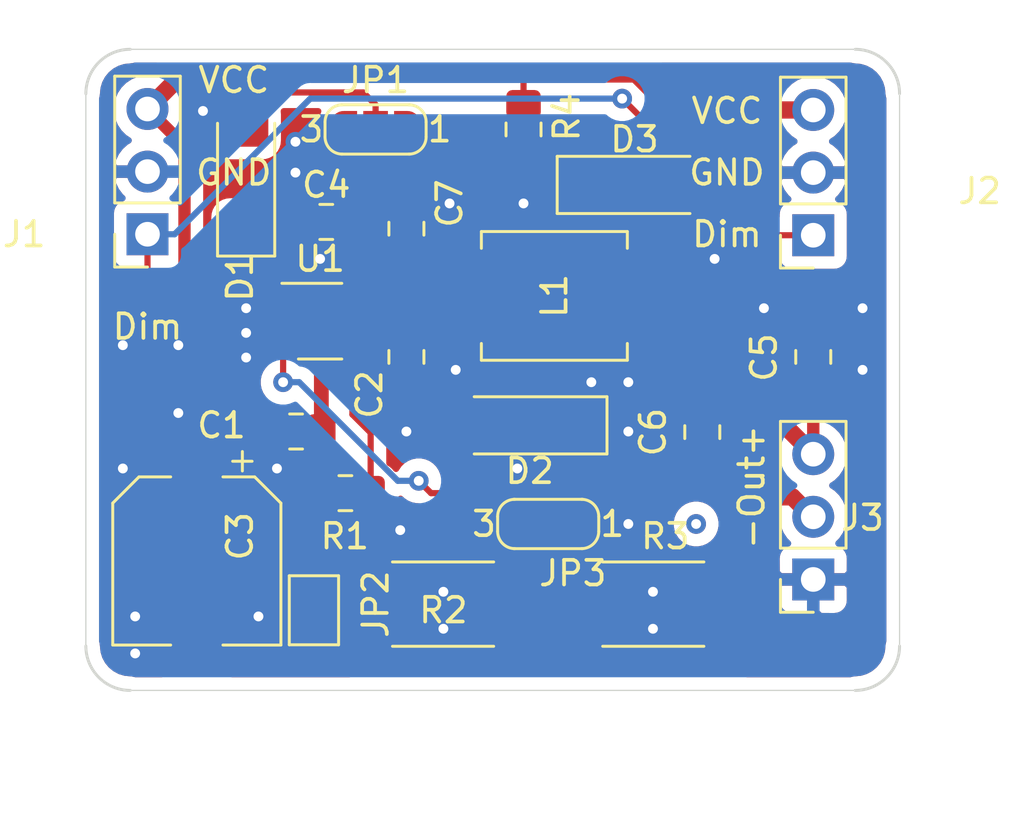
<source format=kicad_pcb>
(kicad_pcb (version 20240108) (generator "pcbnew") (generator_version "8.0")
  (title_block (date "2020-06-12") (rev "Version2"))
  (layers (0 "F.Cu" signal) (31 "B.Cu" signal) (34 "B.Paste" user) (35 "F.Paste" user) (36 "B.SilkS" user "B.Silkscreen") (37 "F.SilkS" user "F.Silkscreen") (38 "B.Mask" user) (39 "F.Mask" user) (44 "Edge.Cuts" user))
  (net 0 "")
  (net 1 "GND")
  (net 2 "Net-(C4-Pad2)")
  (net 3 "Net-(C4-Pad1)")
  (net 4 "Net-(C5-Pad1)")
  (net 5 "Net-(C6-Pad2)")
  (net 6 "Dim")
  (net 7 "+15V")
  (net 8 "Net-(D1-Pad2)")
  (net 9 "Net-(C7-Pad1)")
  (net 10 "Net-(JP2-Pad1)")
  (net 11 "Net-(JP3-Pad2)")
  (footprint "Capacitor_SMD:C_0805_2012Metric_Pad1.15x1.40mm_HandSolder" (layer "F.Cu") (at 133.525 78.5 180)
    (property "Reference" "C1" (at 3.025 0.25 0) (layer "F.SilkS"))
    (property "Value" "10uF")
    (fp_line (start -0.261252 0.71) (end 0.261252 0.71) (stroke (width 0.12)) (layer "F.SilkS"))
    (fp_line (start -0.261252 -0.71) (end 0.261252 -0.71) (stroke (width 0.12)) (layer "F.SilkS"))
    (pad "1" smd roundrect (at -1.025 0 180) (size 1.15 1.4) (layers "F.Cu" "F.Paste" "F.Mask") (roundrect_rratio 0.217391) (net 7 "+15V"))
    (pad "2" smd roundrect (at 1.025 0 180) (size 1.15 1.4) (layers "F.Cu" "F.Paste" "F.Mask") (roundrect_rratio 0.217391) (net 1 "GND"))
  )
  (footprint "Capacitor_SMD:C_0805_2012Metric_Pad1.15x1.40mm_HandSolder" (layer "F.Cu") (at 138 75.475 -90)
    (property "Reference" "C2" (at 1.525 1.5 90) (layer "F.SilkS"))
    (property "Value" "100n")
    (fp_line (start -0.261252 0.71) (end 0.261252 0.71) (stroke (width 0.12)) (layer "F.SilkS"))
    (fp_line (start -0.261252 -0.71) (end 0.261252 -0.71) (stroke (width 0.12)) (layer "F.SilkS"))
    (pad "1" smd roundrect (at -1.025 0 270) (size 1.15 1.4) (layers "F.Cu" "F.Paste" "F.Mask") (roundrect_rratio 0.217391) (net 7 "+15V"))
    (pad "2" smd roundrect (at 1.025 0 270) (size 1.15 1.4) (layers "F.Cu" "F.Paste" "F.Mask") (roundrect_rratio 0.217391) (net 1 "GND"))
  )
  (footprint "Capacitor_SMD:CP_Elec_6.3x5.9" (layer "F.Cu") (at 129.5 83.75 -90)
    (property "Reference" "C3" (at -1 -1.75 90) (layer "F.SilkS"))
    (property "Value" "100uF")
    (fp_line (start -2.345563 3.41) (end 3.41 3.41) (stroke (width 0.12)) (layer "F.SilkS"))
    (fp_line (start 3.41 3.41) (end 3.41 1.06) (stroke (width 0.12)) (layer "F.SilkS"))
    (fp_line (start -3.41 2.345563) (end -2.345563 3.41) (stroke (width 0.12)) (layer "F.SilkS"))
    (fp_line (start -3.41 2.345563) (end -3.41 1.06) (stroke (width 0.12)) (layer "F.SilkS"))
    (fp_line (start -4.4375 -1.8475) (end -3.65 -1.8475) (stroke (width 0.12)) (layer "F.SilkS"))
    (fp_line (start -4.04375 -2.24125) (end -4.04375 -1.45375) (stroke (width 0.12)) (layer "F.SilkS"))
    (fp_line (start -3.41 -2.345563) (end -3.41 -1.06) (stroke (width 0.12)) (layer "F.SilkS"))
    (fp_line (start -3.41 -2.345563) (end -2.345563 -3.41) (stroke (width 0.12)) (layer "F.SilkS"))
    (fp_line (start -2.345563 -3.41) (end 3.41 -3.41) (stroke (width 0.12)) (layer "F.SilkS"))
    (fp_line (start 3.41 -3.41) (end 3.41 -1.06) (stroke (width 0.12)) (layer "F.SilkS"))
    (pad "1" smd roundrect (at -2.8 0 270) (size 3.5 1.6) (layers "F.Cu" "F.Paste" "F.Mask") (roundrect_rratio 0.15625) (net 7 "+15V"))
    (pad "2" smd roundrect (at 2.8 0 270) (size 3.5 1.6) (layers "F.Cu" "F.Paste" "F.Mask") (roundrect_rratio 0.15625) (net 1 "GND"))
  )
  (footprint "Capacitor_SMD:C_0805_2012Metric_Pad1.15x1.40mm_HandSolder" (layer "F.Cu") (at 134.75 70 180)
    (property "Reference" "C4" (at 0 1.5 0) (layer "F.SilkS"))
    (property "Value" "10nF")
    (fp_line (start -0.261252 0.71) (end 0.261252 0.71) (stroke (width 0.12)) (layer "F.SilkS"))
    (fp_line (start -0.261252 -0.71) (end 0.261252 -0.71) (stroke (width 0.12)) (layer "F.SilkS"))
    (pad "1" smd roundrect (at -1.025 0 180) (size 1.15 1.4) (layers "F.Cu" "F.Paste" "F.Mask") (roundrect_rratio 0.217391) (net 3 "Net-(C4-Pad1)"))
    (pad "2" smd roundrect (at 1.025 0 180) (size 1.15 1.4) (layers "F.Cu" "F.Paste" "F.Mask") (roundrect_rratio 0.217391) (net 2 "Net-(C4-Pad2)"))
  )
  (footprint "Capacitor_SMD:C_0805_2012Metric_Pad1.15x1.40mm_HandSolder" (layer "F.Cu") (at 154.5 75.475 90)
    (property "Reference" "C5" (at -0.025 -2 90) (layer "F.SilkS"))
    (property "Value" "1uF")
    (fp_line (start -0.261252 -0.71) (end 0.261252 -0.71) (stroke (width 0.12)) (layer "F.SilkS"))
    (fp_line (start -0.261252 0.71) (end 0.261252 0.71) (stroke (width 0.12)) (layer "F.SilkS"))
    (pad "1" smd roundrect (at -1.025 0 90) (size 1.15 1.4) (layers "F.Cu" "F.Paste" "F.Mask") (roundrect_rratio 0.217391) (net 4 "Net-(C5-Pad1)"))
    (pad "2" smd roundrect (at 1.025 0 90) (size 1.15 1.4) (layers "F.Cu" "F.Paste" "F.Mask") (roundrect_rratio 0.217391) (net 1 "GND"))
  )
  (footprint "Capacitor_SMD:C_0805_2012Metric_Pad1.15x1.40mm_HandSolder" (layer "F.Cu") (at 150 78.525 -90)
    (property "Reference" "C6" (at 0 2 90) (layer "F.SilkS"))
    (property "Value" "1uF")
    (fp_line (start -0.261252 0.71) (end 0.261252 0.71) (stroke (width 0.12)) (layer "F.SilkS"))
    (fp_line (start -0.261252 -0.71) (end 0.261252 -0.71) (stroke (width 0.12)) (layer "F.SilkS"))
    (pad "1" smd roundrect (at -1.025 0 270) (size 1.15 1.4) (layers "F.Cu" "F.Paste" "F.Mask") (roundrect_rratio 0.217391) (net 4 "Net-(C5-Pad1)"))
    (pad "2" smd roundrect (at 1.025 0 270) (size 1.15 1.4) (layers "F.Cu" "F.Paste" "F.Mask") (roundrect_rratio 0.217391) (net 5 "Net-(C6-Pad2)"))
  )
  (footprint "Diode_SMD:D_1806_4516Metric_Pad1.57x1.80mm_HandSolder" (layer "F.Cu") (at 131.5 68.25 90)
    (property "Reference" "D1" (at -4 -0.25 90) (layer "F.SilkS"))
    (property "Value" "D_Schottky")
    (fp_line (start 2.25 -1.16) (end -3.135 -1.16) (stroke (width 0.12)) (layer "F.SilkS"))
    (fp_line (start -3.135 -1.16) (end -3.135 1.16) (stroke (width 0.12)) (layer "F.SilkS"))
    (fp_line (start -3.135 1.16) (end 2.25 1.16) (stroke (width 0.12)) (layer "F.SilkS"))
    (pad "1" smd roundrect (at -2.0875 0 90) (size 1.575 1.8) (layers "F.Cu" "F.Paste" "F.Mask") (roundrect_rratio 0.15873) (net 2 "Net-(C4-Pad2)"))
    (pad "2" smd roundrect (at 2.0875 0 90) (size 1.575 1.8) (layers "F.Cu" "F.Paste" "F.Mask") (roundrect_rratio 0.159) (net 8 "Net-(D1-Pad2)"))
  )
  (footprint "Connector_PinSocket_2.54mm:PinSocket_1x03_P2.54mm_Vertical" (layer "F.Cu") (at 127.5 70.5 180)
    (property "Reference" "J1" (at 5 0 0) (layer "F.SilkS"))
    (property "Value" "Conn_01x03")
    (fp_line (start 1.33 1.27) (end 1.33 6.41) (stroke (width 0.12)) (layer "F.SilkS"))
    (fp_line (start 1.33 -1.33) (end 1.33 0) (stroke (width 0.12)) (layer "F.SilkS"))
    (fp_line (start 0 -1.33) (end 1.33 -1.33) (stroke (width 0.12)) (layer "F.SilkS"))
    (fp_line (start -1.33 6.41) (end 1.33 6.41) (stroke (width 0.12)) (layer "F.SilkS"))
    (fp_line (start -1.33 1.27) (end 1.33 1.27) (stroke (width 0.12)) (layer "F.SilkS"))
    (fp_line (start -1.33 1.27) (end -1.33 6.41) (stroke (width 0.12)) (layer "F.SilkS"))
    (pad "1" thru_hole rect (at 0 0 180) (size 1.7 1.7) (drill 1) (layers "*.Cu" "*.Mask") (net 6 "Dim"))
    (pad "2" thru_hole oval (at 0 2.54 180) (size 1.7 1.7) (drill 1) (layers "*.Cu" "*.Mask") (net 1 "GND"))
    (pad "3" thru_hole oval (at 0 5.08 180) (size 1.7 1.7) (drill 1) (layers "*.Cu" "*.Mask") (net 7 "+15V"))
  )
  (footprint "Connector_PinSocket_2.54mm:PinSocket_1x03_P2.54mm_Vertical" (layer "F.Cu") (at 154.5 84.5 180)
    (property "Reference" "J3" (at -2 2.5 0) (layer "F.SilkS"))
    (property "Value" "Screw_Terminal_01x03")
    (fp_line (start 1.33 1.27) (end 1.33 6.41) (stroke (width 0.12)) (layer "F.SilkS"))
    (fp_line (start 1.33 -1.33) (end 1.33 0) (stroke (width 0.12)) (layer "F.SilkS"))
    (fp_line (start 0 -1.33) (end 1.33 -1.33) (stroke (width 0.12)) (layer "F.SilkS"))
    (fp_line (start -1.33 6.41) (end 1.33 6.41) (stroke (width 0.12)) (layer "F.SilkS"))
    (fp_line (start -1.33 1.27) (end 1.33 1.27) (stroke (width 0.12)) (layer "F.SilkS"))
    (fp_line (start -1.33 1.27) (end -1.33 6.41) (stroke (width 0.12)) (layer "F.SilkS"))
    (pad "1" thru_hole rect (at 0 0 180) (size 1.7 1.7) (drill 1) (layers "*.Cu" "*.Mask") (net 1 "GND"))
    (pad "2" thru_hole oval (at 0 2.54 180) (size 1.7 1.7) (drill 1) (layers "*.Cu" "*.Mask") (net 5 "Net-(C6-Pad2)"))
    (pad "3" thru_hole oval (at 0 5.08 180) (size 1.7 1.7) (drill 1) (layers "*.Cu" "*.Mask") (net 4 "Net-(C5-Pad1)"))
  )
  (footprint "Inductor_SMD:L_Murata_LQH55DN_5.7x5.0mm" (layer "F.Cu") (at 144 73)
    (property "Reference" "L1" (at 0 0 90) (layer "F.SilkS"))
    (property "Value" "4,7uH")
    (fp_line (start -2.96 -2.61) (end -2.96 -1.93) (stroke (width 0.12)) (layer "F.SilkS"))
    (fp_line (start -2.96 -2.61) (end 2.96 -2.61) (stroke (width 0.12)) (layer "F.SilkS"))
    (fp_line (start -2.96 1.93) (end -2.96 2.61) (stroke (width 0.12)) (layer "F.SilkS"))
    (fp_line (start -2.96 2.61) (end 2.96 2.61) (stroke (width 0.12)) (layer "F.SilkS"))
    (fp_line (start 2.96 -2.61) (end 2.96 -1.93) (stroke (width 0.12)) (layer "F.SilkS"))
    (fp_line (start 2.96 1.93) (end 2.96 2.61) (stroke (width 0.12)) (layer "F.SilkS"))
    (pad "1" smd rect (at -2.5 0) (size 3 3.5) (layers "F.Cu" "F.Paste" "F.Mask") (net 3 "Net-(C4-Pad1)"))
    (pad "2" smd rect (at 2.5 0) (size 3 3.5) (layers "F.Cu" "F.Paste" "F.Mask") (net 4 "Net-(C5-Pad1)"))
  )
  (footprint "Resistor_SMD:R_0805_2012Metric_Pad1.15x1.40mm_HandSolder" (layer "F.Cu") (at 135.525 81 180)
    (property "Reference" "R1" (at 0.025 -1.75 0) (layer "F.SilkS"))
    (property "Value" "10k")
    (fp_line (start -0.261252 0.71) (end 0.261252 0.71) (stroke (width 0.12)) (layer "F.SilkS"))
    (fp_line (start -0.261252 -0.71) (end 0.261252 -0.71) (stroke (width 0.12)) (layer "F.SilkS"))
    (pad "1" smd roundrect (at -1.025 0 180) (size 1.15 1.4) (layers "F.Cu" "F.Paste" "F.Mask") (roundrect_rratio 0.217391) (net 6 "Dim"))
    (pad "2" smd roundrect (at 1.025 0 180) (size 1.15 1.4) (layers "F.Cu" "F.Paste" "F.Mask") (roundrect_rratio 0.217391) (net 7 "+15V"))
  )
  (footprint "Resistor_SMD:R_2512_6332Metric_Pad1.52x3.35mm_HandSolder" (layer "F.Cu") (at 148.0125 85.5)
    (property "Reference" "R3" (at 0.4875 -2.75 0) (layer "F.SilkS"))
    (property "Value" "0,47R")
    (fp_line (start -2.052064 -1.71) (end 2.052064 -1.71) (stroke (width 0.12)) (layer "F.SilkS"))
    (fp_line (start -2.052064 1.71) (end 2.052064 1.71) (stroke (width 0.12)) (layer "F.SilkS"))
    (pad "1" smd roundrect (at -2.9875 0) (size 1.525 3.35) (layers "F.Cu" "F.Paste" "F.Mask") (roundrect_rratio 0.163934) (net 11 "Net-(JP3-Pad2)"))
    (pad "2" smd roundrect (at 2.9875 0) (size 1.525 3.35) (layers "F.Cu" "F.Paste" "F.Mask") (roundrect_rratio 0.163934) (net 10 "Net-(JP2-Pad1)"))
  )
  (footprint "Package_TO_SOT_SMD:TSOT-23-6" (layer "F.Cu") (at 134.5 74)
    (property "Reference" "U1" (at 0 -2.5 0) (layer "F.SilkS"))
    (property "Value" "LM3405")
    (fp_line (start -0.88 1.56) (end 0.88 1.56) (stroke (width 0.12)) (layer "F.SilkS"))
    (fp_line (start 0.88 -1.51) (end -1.55 -1.51) (stroke (width 0.12)) (layer "F.SilkS"))
    (pad "1" smd rect (at -1.31 -0.95) (size 1.22 0.65) (layers "F.Cu" "F.Paste" "F.Mask") (net 2 "Net-(C4-Pad2)"))
    (pad "2" smd rect (at -1.31 0) (size 1.22 0.65) (layers "F.Cu" "F.Paste" "F.Mask") (net 1 "GND"))
    (pad "3" smd rect (at -1.31 0.95) (size 1.22 0.65) (layers "F.Cu" "F.Paste" "F.Mask") (net 5 "Net-(C6-Pad2)"))
    (pad "4" smd rect (at 1.31 0.95) (size 1.22 0.65) (layers "F.Cu" "F.Paste" "F.Mask") (net 6 "Dim"))
    (pad "5" smd rect (at 1.31 0) (size 1.22 0.65) (layers "F.Cu" "F.Paste" "F.Mask") (net 7 "+15V"))
    (pad "6" smd rect (at 1.31 -0.95) (size 1.22 0.65) (layers "F.Cu" "F.Paste" "F.Mask") (net 3 "Net-(C4-Pad1)"))
  )
  (footprint "Connector_PinSocket_2.54mm:PinSocket_1x03_P2.54mm_Vertical" (layer "F.Cu") (at 154.5 70.54 180)
    (property "Reference" "J2" (at -6.75 1.79 0) (layer "F.SilkS"))
    (property "Value" "Conn_01x03")
    (fp_line (start 1.33 1.27) (end 1.33 6.41) (stroke (width 0.12)) (layer "F.SilkS"))
    (fp_line (start 1.33 -1.33) (end 1.33 0) (stroke (width 0.12)) (layer "F.SilkS"))
    (fp_line (start 0 -1.33) (end 1.33 -1.33) (stroke (width 0.12)) (layer "F.SilkS"))
    (fp_line (start -1.33 6.41) (end 1.33 6.41) (stroke (width 0.12)) (layer "F.SilkS"))
    (fp_line (start -1.33 1.27) (end 1.33 1.27) (stroke (width 0.12)) (layer "F.SilkS"))
    (fp_line (start -1.33 1.27) (end -1.33 6.41) (stroke (width 0.12)) (layer "F.SilkS"))
    (pad "1" thru_hole rect (at 0 0 180) (size 1.7 1.7) (drill 1) (layers "*.Cu" "*.Mask") (net 6 "Dim"))
    (pad "2" thru_hole oval (at 0 2.54 180) (size 1.7 1.7) (drill 1) (layers "*.Cu" "*.Mask") (net 1 "GND"))
    (pad "3" thru_hole oval (at 0 5.08 180) (size 1.7 1.7) (drill 1) (layers "*.Cu" "*.Mask") (net 7 "+15V"))
  )
  (footprint "Resistor_SMD:R_2512_6332Metric_Pad1.52x3.35mm_HandSolder" (layer "F.Cu") (at 139.4875 85.5 180)
    (property "Reference" "R2" (at -0.0125 -0.25 0) (layer "F.SilkS"))
    (property "Value" "0,47R")
    (fp_line (start -2.052064 1.71) (end 2.052064 1.71) (stroke (width 0.12)) (layer "F.SilkS"))
    (fp_line (start -2.052064 -1.71) (end 2.052064 -1.71) (stroke (width 0.12)) (layer "F.SilkS"))
    (pad "1" smd roundrect (at -2.9875 0 180) (size 1.525 3.35) (layers "F.Cu" "F.Paste" "F.Mask") (roundrect_rratio 0.163934) (net 5 "Net-(C6-Pad2)"))
    (pad "2" smd roundrect (at 2.9875 0 180) (size 1.525 3.35) (layers "F.Cu" "F.Paste" "F.Mask") (roundrect_rratio 0.163934) (net 10 "Net-(JP2-Pad1)"))
  )
  (footprint "Diode_SMD:D_1806_4516Metric_Pad1.57x1.80mm_HandSolder" (layer "F.Cu") (at 143 78.25 180)
    (property "Reference" "D2" (at 0 -1.85 0) (layer "F.SilkS"))
    (property "Value" "D_Schottky")
    (fp_line (start 2.25 -1.16) (end -3.135 -1.16) (stroke (width 0.12)) (layer "F.SilkS"))
    (fp_line (start -3.135 1.16) (end 2.25 1.16) (stroke (width 0.12)) (layer "F.SilkS"))
    (fp_line (start -3.135 -1.16) (end -3.135 1.16) (stroke (width 0.12)) (layer "F.SilkS"))
    (pad "1" smd roundrect (at -2.0875 0 180) (size 1.575 1.8) (layers "F.Cu" "F.Paste" "F.Mask") (roundrect_rratio 0.15873) (net 3 "Net-(C4-Pad1)"))
    (pad "2" smd roundrect (at 2.0875 0 180) (size 1.575 1.8) (layers "F.Cu" "F.Paste" "F.Mask") (roundrect_rratio 0.15873) (net 1 "GND"))
  )
  (footprint "Capacitor_SMD:C_0805_2012Metric_Pad1.15x1.40mm_HandSolder" (layer "F.Cu") (at 138 70.275 -90)
    (property "Reference" "C7" (at -1.025 -1.75 90) (layer "F.SilkS"))
    (property "Value" "1uF")
    (fp_line (start -0.261252 0.71) (end 0.261252 0.71) (stroke (width 0.12)) (layer "F.SilkS"))
    (fp_line (start -0.261252 -0.71) (end 0.261252 -0.71) (stroke (width 0.12)) (layer "F.SilkS"))
    (pad "1" smd roundrect (at -1.025 0 270) (size 1.15 1.4) (layers "F.Cu" "F.Paste" "F.Mask") (roundrect_rratio 0.217391) (net 9 "Net-(C7-Pad1)"))
    (pad "2" smd roundrect (at 1.025 0 270) (size 1.15 1.4) (layers "F.Cu" "F.Paste" "F.Mask") (roundrect_rratio 0.217391) (net 1 "GND"))
  )
  (footprint "Diode_SMD:D_1806_4516Metric_Pad1.57x1.80mm_HandSolder" (layer "F.Cu") (at 147.25 68.5)
    (property "Reference" "D3" (at 0 -1.85 0) (layer "F.SilkS"))
    (property "Value" "D_Zener")
    (fp_line (start -3.135 -1.16) (end -3.135 1.16) (stroke (width 0.12)) (layer "F.SilkS"))
    (fp_line (start -3.135 1.16) (end 2.25 1.16) (stroke (width 0.12)) (layer "F.SilkS"))
    (fp_line (start 2.25 -1.16) (end -3.135 -1.16) (stroke (width 0.12)) (layer "F.SilkS"))
    (pad "1" smd roundrect (at -2.0875 0) (size 1.575 1.8) (layers "F.Cu" "F.Paste" "F.Mask") (roundrect_rratio 0.15873) (net 9 "Net-(C7-Pad1)"))
    (pad "2" smd roundrect (at 2.0875 0) (size 1.575 1.8) (layers "F.Cu" "F.Paste" "F.Mask") (roundrect_rratio 0.15873) (net 1 "GND"))
  )
  (footprint "Resistor_SMD:R_0805_2012Metric_Pad1.15x1.40mm_HandSolder" (layer "F.Cu") (at 142.75 66.25 90)
    (property "Reference" "R4" (at 0.5 1.75 90) (layer "F.SilkS"))
    (property "Value" "1k")
    (fp_line (start -0.261252 -0.71) (end 0.261252 -0.71) (stroke (width 0.12)) (layer "F.SilkS"))
    (fp_line (start -0.261252 0.71) (end 0.261252 0.71) (stroke (width 0.12)) (layer "F.SilkS"))
    (pad "1" smd roundrect (at -1.025 0 90) (size 1.15 1.4) (layers "F.Cu" "F.Paste" "F.Mask") (roundrect_rratio 0.217391) (net 9 "Net-(C7-Pad1)"))
    (pad "2" smd roundrect (at 1.025 0 90) (size 1.15 1.4) (layers "F.Cu" "F.Paste" "F.Mask") (roundrect_rratio 0.217391) (net 7 "+15V"))
  )
  (footprint "Jumper:SolderJumper-3_P1.3mm_Bridged12_RoundedPad1.0x1.5mm_NumberLabels" (layer "F.Cu") (at 136.75 66.25 180)
    (property "Reference" "JP1" (at 0 2 180) (layer "F.SilkS"))
    (property "Value" "SolderJumper_3_Bridged12")
    (fp_poly (pts (xy -0.9 -0.3) (xy -0.4 -0.3) (xy -0.4 0.3) (xy -0.9 0.3)) (fill solid) (layer "F.Cu"))
    (fp_line (start 2.05 -0.3) (end 2.05 0.3) (stroke (width 0.12)) (layer "F.SilkS"))
    (fp_line (start 1.4 1) (end -1.4 1) (stroke (width 0.12)) (layer "F.SilkS"))
    (fp_line (start -1.4 -1) (end 1.4 -1) (stroke (width 0.12)) (layer "F.SilkS"))
    (fp_line (start -2.05 0.3) (end -2.05 -0.3) (stroke (width 0.12)) (layer "F.SilkS"))
    (fp_arc (start 2.05 0.3) (mid 1.844975 0.794975) (end 1.35 1) (stroke (width 0.12)) (layer "F.SilkS"))
    (fp_arc (start 1.35 -1) (mid 1.844975 -0.794975) (end 2.05 -0.3) (stroke (width 0.12)) (layer "F.SilkS"))
    (fp_arc (start -1.35 1) (mid -1.844975 0.794975) (end -2.05 0.3) (stroke (width 0.12)) (layer "F.SilkS"))
    (fp_arc (start -2.05 -0.3) (mid -1.844975 -0.794975) (end -1.35 -1) (stroke (width 0.12)) (layer "F.SilkS"))
    (fp_text user "3" (at 2.6 0 0) (layer "F.SilkS"))
    (fp_text user "1" (at -2.6 0 0) (layer "F.SilkS"))
    (pad "1" smd custom (at -1.3 0 180) (size 1 0.5) (layers "F.Cu" "F.Mask") (net 4 "Net-(C5-Pad1)") (options (clearance outline) (anchor rect)) (primitives (gr_poly (pts (xy 0.55 -0.75) (xy 0 -0.75) (xy 0 0.75) (xy 0.55 0.75)) (width 0) (fill yes)) (gr_circle (center 0 0.25) (end 0.5 0.25) (width 0) (fill yes)) (gr_circle (center 0 -0.25) (end 0.5 -0.25) (width 0) (fill yes))))
    (pad "2" smd rect (at 0 0 180) (size 1 1.5) (layers "F.Cu" "F.Mask") (net 8 "Net-(D1-Pad2)"))
    (pad "3" smd custom (at 1.3 0 180) (size 1 0.5) (layers "F.Cu" "F.Mask") (net 9 "Net-(C7-Pad1)") (options (clearance outline) (anchor rect)) (primitives (gr_circle (center 0 0.25) (end 0.5 0.25) (width 0) (fill yes)) (gr_circle (center 0 -0.25) (end 0.5 -0.25) (width 0) (fill yes)) (gr_poly (pts (xy -0.55 -0.75) (xy 0 -0.75) (xy 0 0.75) (xy -0.55 0.75)) (width 0) (fill yes))))
  )
  (footprint "Jumper:SolderJumper-2_P1.3mm_Open_Pad1.0x1.5mm" (layer "F.Cu") (at 134.25 85.75 -90)
    (property "Reference" "JP2" (at -0.25 -2.5 90) (layer "F.SilkS"))
    (property "Value" "SolderJumper_2_Open")
    (fp_line (start -1.4 1) (end -1.4 -1) (stroke (width 0.12)) (layer "F.SilkS"))
    (fp_line (start 1.4 1) (end -1.4 1) (stroke (width 0.12)) (layer "F.SilkS"))
    (fp_line (start -1.4 -1) (end 1.4 -1) (stroke (width 0.12)) (layer "F.SilkS"))
    (fp_line (start 1.4 -1) (end 1.4 1) (stroke (width 0.12)) (layer "F.SilkS"))
    (pad "1" smd rect (at -0.65 0 270) (size 1 1.5) (layers "F.Cu" "F.Mask") (net 10 "Net-(JP2-Pad1)"))
    (pad "2" smd rect (at 0.65 0 270) (size 1 1.5) (layers "F.Cu" "F.Mask") (net 1 "GND"))
  )
  (footprint "Jumper:SolderJumper-3_P1.3mm_Bridged12_RoundedPad1.0x1.5mm_NumberLabels" (layer "F.Cu") (at 143.75 82.25 180)
    (property "Reference" "JP3" (at -1 -2 0) (layer "F.SilkS"))
    (property "Value" "SolderJumper_3_Bridged12")
    (fp_poly (pts (xy -0.9 -0.3) (xy -0.4 -0.3) (xy -0.4 0.3) (xy -0.9 0.3)) (fill solid) (layer "F.Cu"))
    (fp_line (start 2.05 -0.3) (end 2.05 0.3) (stroke (width 0.12)) (layer "F.SilkS"))
    (fp_line (start 1.4 1) (end -1.4 1) (stroke (width 0.12)) (layer "F.SilkS"))
    (fp_line (start -1.4 -1) (end 1.4 -1) (stroke (width 0.12)) (layer "F.SilkS"))
    (fp_line (start -2.05 0.3) (end -2.05 -0.3) (stroke (width 0.12)) (layer "F.SilkS"))
    (fp_arc (start 2.05 0.3) (mid 1.844975 0.794975) (end 1.35 1) (stroke (width 0.12)) (layer "F.SilkS"))
    (fp_arc (start 1.35 -1) (mid 1.844975 -0.794975) (end 2.05 -0.3) (stroke (width 0.12)) (layer "F.SilkS"))
    (fp_arc (start -1.35 1) (mid -1.844975 0.794975) (end -2.05 0.3) (stroke (width 0.12)) (layer "F.SilkS"))
    (fp_arc (start -2.05 -0.3) (mid -1.844975 -0.794975) (end -1.35 -1) (stroke (width 0.12)) (layer "F.SilkS"))
    (fp_text user "1" (at -2.6 0 0) (layer "F.SilkS"))
    (fp_text user "3" (at 2.6 0 0) (layer "F.SilkS"))
    (pad "1" smd custom (at -1.3 0 180) (size 1 0.5) (layers "F.Cu" "F.Mask") (net 1 "GND") (options (clearance outline) (anchor rect)) (primitives (gr_poly (pts (xy 0.55 -0.75) (xy 0 -0.75) (xy 0 0.75) (xy 0.55 0.75)) (width 0) (fill yes)) (gr_circle (center 0 0.25) (end 0.5 0.25) (width 0) (fill yes)) (gr_circle (center 0 -0.25) (end 0.5 -0.25) (width 0) (fill yes))))
    (pad "2" smd rect (at 0 0 180) (size 1 1.5) (layers "F.Cu" "F.Mask") (net 11 "Net-(JP3-Pad2)"))
    (pad "3" smd custom (at 1.3 0 180) (size 1 0.5) (layers "F.Cu" "F.Mask") (net 5 "Net-(C6-Pad2)") (options (clearance outline) (anchor rect)) (primitives (gr_circle (center 0 0.25) (end 0.5 0.25) (width 0) (fill yes)) (gr_circle (center 0 -0.25) (end 0.5 -0.25) (width 0) (fill yes)) (gr_poly (pts (xy -0.55 -0.75) (xy 0 -0.75) (xy 0 0.75) (xy -0.55 0.75)) (width 0) (fill yes))))
  )
  (gr_arc (start 126.8 89) (mid 125.527208 88.472792) (end 125 87.2) (stroke (width 0.12)) (layer "Edge.Cuts"))
  (gr_line (start 156.2 63) (end 126.8 63) (stroke (width 0.05)) (layer "Edge.Cuts"))
  (gr_line (start 126.8 89) (end 156.2 89) (stroke (width 0.05)) (layer "Edge.Cuts"))
  (gr_line (start 158 87.2) (end 158 64.8) (stroke (width 0.05)) (layer "Edge.Cuts"))
  (gr_line (start 125 87.2) (end 125 64.8) (stroke (width 0.05)) (layer "Edge.Cuts"))
  (gr_arc (start 125 64.8) (mid 125.527208 63.527208) (end 126.8 63) (stroke (width 0.12)) (layer "Edge.Cuts"))
  (gr_arc (start 158 87.2) (mid 157.472792 88.472792) (end 156.2 89) (stroke (width 0.12)) (layer "Edge.Cuts"))
  (gr_arc (start 156.2 63) (mid 157.472792 63.527208) (end 158 64.8) (stroke (width 0.12)) (layer "Edge.Cuts"))
  (gr_text "VCC" (at 131 64.25 0) (layer "F.SilkS") (effects (font (size 1 1))))
  (gr_text "VCC" (at 151 65.5 0) (layer "F.SilkS") (effects (font (size 1 1))))
  (gr_text "-Out+" (at 152 80.75 90) (layer "F.SilkS") (effects (font (size 1 1))))
  (gr_text "Dim" (at 127.5 74.25 0) (layer "F.SilkS") (effects (font (size 1 1))))
  (gr_text "GND" (at 131 68 0) (layer "F.SilkS") (effects (font (size 1 1))))
  (gr_text "Dim" (at 151 70.5 0) (layer "F.SilkS") (effects (font (size 1 1))))
  (gr_text "GND" (at 151 68 0) (layer "F.SilkS") (effects (font (size 1 1))))
  (via (at 149.75 82.25) (size 0.8) (drill 0.4) (layers "F.Cu" "B.Cu") (net 0))
  (segment (start 140.6625 78.5) (end 140.9125 78.25) (width 0.5) (layer "F.Cu") (net 1))
  (segment (start 132 74) (end 131.5 74.5) (width 0.5) (layer "F.Cu") (net 1))
  (segment (start 132.5 78.5) (end 131.5 78.5) (width 0.5) (layer "F.Cu") (net 1))
  (segment (start 132.75 80) (end 132.75 78.75) (width 0.5) (layer "F.Cu") (net 1))
  (segment (start 138 76.5) (end 138 77.5) (width 0.5) (layer "F.Cu") (net 1))
  (segment (start 142.5 80) (end 142.5 79.8375) (width 0.5) (layer "F.Cu") (net 1))
  (segment (start 131 76) (end 131.5 75.5) (width 0.5) (layer "F.Cu") (net 1))
  (segment (start 131.5 78.5) (end 131 78) (width 0.5) (layer "F.Cu") (net 1))
  (segment (start 142.5 79.8375) (end 140.9125 78.25) (width 0.5) (layer "F.Cu") (net 1))
  (segment (start 138 78.5) (end 140.6625 78.5) (width 0.5) (layer "F.Cu") (net 1))
  (segment (start 132 86) (end 132.4 86.4) (width 0.5) (layer "F.Cu") (net 1))
  (segment (start 138 77.5) (end 138 78.5) (width 0.5) (layer "F.Cu") (net 1))
  (segment (start 145.05 82.25) (end 146.75 82.25) (width 0.5) (layer "F.Cu") (net 1))
  (segment (start 131.5 74.5) (end 131.5 75.5) (width 0.5) (layer "F.Cu") (net 1))
  (segment (start 132.75 78.75) (end 132.5 78.5) (width 0.5) (layer "F.Cu") (net 1))
  (segment (start 132.4 86.4) (end 134.25 86.4) (width 0.5) (layer "F.Cu") (net 1))
  (segment (start 131 78) (end 131 76) (width 0.5) (layer "F.Cu") (net 1))
  (segment (start 146.75 82.25) (end 147 82) (width 0.5) (layer "F.Cu") (net 1))
  (segment (start 133.19 74) (end 132 74) (width 0.5) (layer "F.Cu") (net 1))
  (via (at 148 85) (size 0.8) (drill 0.4) (layers "F.Cu" "B.Cu") (net 1))
  (via (at 132 86) (size 0.8) (drill 0.4) (layers "F.Cu" "B.Cu") (net 1))
  (via (at 142.75 69.25) (size 0.8) (drill 0.4) (layers "F.Cu" "B.Cu") (net 1))
  (via (at 128.75 77.75) (size 0.8) (drill 0.4) (layers "F.Cu" "B.Cu") (net 1))
  (via (at 133.5 68) (size 0.8) (drill 0.4) (layers "F.Cu" "B.Cu") (net 1))
  (via (at 129.75 65.5) (size 0.8) (drill 0.4) (layers "F.Cu" "B.Cu") (net 1))
  (via (at 132.75 80) (size 0.8) (drill 0.4) (layers "F.Cu" "B.Cu") (net 1))
  (via (at 147 76.5) (size 0.8) (drill 0.4) (layers "F.Cu" "B.Cu") (net 1))
  (via (at 152.5 73.5) (size 0.8) (drill 0.4) (layers "F.Cu" "B.Cu") (net 1))
  (via (at 156.5 73.5) (size 0.8) (drill 0.4) (layers "F.Cu" "B.Cu") (net 1))
  (via (at 150.5 71.5) (size 0.8) (drill 0.4) (layers "F.Cu" "B.Cu") (net 1))
  (via (at 139.5 85) (size 0.8) (drill 0.4) (layers "F.Cu" "B.Cu") (net 1))
  (via (at 127 87.5) (size 0.8) (drill 0.4) (layers "F.Cu" "B.Cu") (net 1))
  (via (at 142.5 80) (size 0.8) (drill 0.4) (layers "F.Cu" "B.Cu") (net 1))
  (via (at 147 82.25) (size 0.8) (drill 0.4) (layers "F.Cu" "B.Cu") (net 1))
  (via (at 145.5 76.5) (size 0.8) (drill 0.4) (layers "F.Cu" "B.Cu") (net 1))
  (via (at 131.5 75.5) (size 0.8) (drill 0.4) (layers "F.Cu" "B.Cu") (net 1))
  (via (at 126.5 80) (size 0.8) (drill 0.4) (layers "F.Cu" "B.Cu") (net 1))
  (via (at 138 78.5) (size 0.8) (drill 0.4) (layers "F.Cu" "B.Cu") (net 1))
  (via (at 147 78.5) (size 0.8) (drill 0.4) (layers "F.Cu" "B.Cu") (net 1))
  (via (at 137.75 82.5) (size 0.8) (drill 0.4) (layers "F.Cu" "B.Cu") (net 1))
  (via (at 128.75 75) (size 0.8) (drill 0.4) (layers "F.Cu" "B.Cu") (net 1))
  (via (at 156.5 76) (size 0.8) (drill 0.4) (layers "F.Cu" "B.Cu") (net 1))
  (via (at 127 86) (size 0.8) (drill 0.4) (layers "F.Cu" "B.Cu") (net 1))
  (via (at 131.5 73.5) (size 0.8) (drill 0.4) (layers "F.Cu" "B.Cu") (net 1))
  (via (at 131.5 74.5) (size 0.8) (drill 0.4) (layers "F.Cu" "B.Cu") (net 1))
  (via (at 133.5 66.75) (size 0.8) (drill 0.4) (layers "F.Cu" "B.Cu") (net 1))
  (via (at 139.75 69.25) (size 0.8) (drill 0.4) (layers "F.Cu" "B.Cu") (net 1))
  (via (at 126.5 75) (size 0.8) (drill 0.4) (layers "F.Cu" "B.Cu") (net 1))
  (via (at 140 76) (size 0.8) (drill 0.4) (layers "F.Cu" "B.Cu") (net 1))
  (via (at 148 86.5) (size 0.8) (drill 0.4) (layers "F.Cu" "B.Cu") (net 1))
  (via (at 134.5 71.5) (size 0.8) (drill 0.4) (layers "F.Cu" "B.Cu") (net 1))
  (via (at 139.5 86.5) (size 0.8) (drill 0.4) (layers "F.Cu" "B.Cu") (net 1))
  (segment (start 131.25 70.3375) (end 133.1125 70.3375) (width 0.25) (layer "F.Cu") (net 2))
  (segment (start 133.45 70) (end 133.45 72.79) (width 0.25) (layer "F.Cu") (net 2))
  (segment (start 133.1125 70.3375) (end 133.45 70) (width 0.25) (layer "F.Cu") (net 2))
  (segment (start 133.45 72.79) (end 133.19 73.05) (width 0.25) (layer "F.Cu") (net 2))
  (segment (start 141.5 73) (end 141.5 75.25) (width 0.7) (layer "F.Cu") (net 3))
  (segment (start 135.81 73.05) (end 141.45 73.05) (width 0.7) (layer "F.Cu") (net 3))
  (segment (start 141.45 73.05) (end 141.5 73) (width 0.5) (layer "F.Cu") (net 3))
  (segment (start 141.5 75.25) (end 143 76.75) (width 0.7) (layer "F.Cu") (net 3))
  (segment (start 135.81 73.05) (end 135.81 70.31) (width 0.5) (layer "F.Cu") (net 3))
  (segment (start 135.81 70.31) (end 135.5 70) (width 0.5) (layer "F.Cu") (net 3))
  (segment (start 143.5875 76.75) (end 145.0875 78.25) (width 0.8) (layer "F.Cu") (net 3))
  (segment (start 143 76.75) (end 143.5875 76.75) (width 0.8) (layer "F.Cu") (net 3))
  (segment (start 147.5 67.75) (end 147.5 72) (width 0.25) (layer "F.Cu") (net 4))
  (segment (start 150.5 75) (end 150.5 75.42) (width 0.7) (layer "F.Cu") (net 4))
  (segment (start 150.5 75) (end 150 75.5) (width 0.5) (layer "F.Cu") (net 4))
  (segment (start 146.5 73) (end 148.5 73) (width 0.7) (layer "F.Cu") (net 4))
  (segment (start 148.5 73) (end 150.5 75) (width 0.7) (layer "F.Cu") (net 4))
  (segment (start 142.010034 66.25) (end 146 66.25) (width 0.25) (layer "F.Cu") (net 4))
  (segment (start 150.5 75.42) (end 154.5 79.42) (width 0.7) (layer "F.Cu") (net 4))
  (segment (start 150 75.5) (end 150 77.5) (width 0.5) (layer "F.Cu") (net 4))
  (segment (start 154.5 76.5) (end 154.5 79.42) (width 0.5) (layer "F.Cu") (net 4))
  (segment (start 142.010034 66.25) (end 138.05 66.25) (width 0.25) (layer "F.Cu") (net 4))
  (segment (start 147.5 72) (end 146.5 73) (width 0.5) (layer "F.Cu") (net 4))
  (segment (start 146 66.25) (end 147.5 67.75) (width 0.25) (layer "F.Cu") (net 4))
  (segment (start 145.5875 72.0875) (end 146.5 73) (width 0.5) (layer "F.Cu") (net 4))
  (segment (start 139 81) (end 142.140002 81) (width 0.25) (layer "F.Cu") (net 5))
  (segment (start 142.45 81.309998) (end 142.45 82.25) (width 0.7) (layer "F.Cu") (net 5))
  (segment (start 154.5 82) (end 153.650001 81.150001) (width 0.7) (layer "F.Cu") (net 5))
  (segment (start 143.300001 80.949999) (end 142.809999 80.949999) (width 0.7) (layer "F.Cu") (net 5))
  (segment (start 150 79.55) (end 148.45 79.55) (width 0.7) (layer "F.Cu") (net 5))
  (segment (start 148.45 79.55) (end 148 80) (width 0.7) (layer "F.Cu") (net 5))
  (segment (start 151.05 79.55) (end 150 79.55) (width 0.7) (layer "F.Cu") (net 5))
  (segment (start 133 76.5) (end 133 75.14) (width 0.25) (layer "F.Cu") (net 5))
  (segment (start 152.650001 81.150001) (end 151.05 79.55) (width 0.7) (layer "F.Cu") (net 5))
  (segment (start 133 75.14) (end 133.19 74.95) (width 0.5) (layer "F.Cu") (net 5))
  (segment (start 144.25 80) (end 143.300001 80.949999) (width 0.7) (layer "F.Cu") (net 5))
  (segment (start 142.140002 81) (end 142.45 81.309998) (width 0.25) (layer "F.Cu") (net 5))
  (segment (start 153.650001 81.150001) (end 152.650001 81.150001) (width 0.7) (layer "F.Cu") (net 5))
  (segment (start 138.5 80.5) (end 139 81) (width 0.25) (layer "F.Cu") (net 5))
  (segment (start 148 80) (end 144.25 80) (width 0.7) (layer "F.Cu") (net 5))
  (segment (start 142.475 82.275) (end 142.45 82.25) (width 0.5) (layer "F.Cu") (net 5))
  (segment (start 142.475 85.5) (end 142.475 82.275) (width 0.5) (layer "F.Cu") (net 5))
  (segment (start 142.809999 80.949999) (end 142.45 81.309998) (width 0.7) (layer "F.Cu") (net 5))
  (segment (start 154.45 81.95) (end 154.5 82) (width 0.5) (layer "F.Cu") (net 5))
  (via (at 133 76.5) (size 0.8) (drill 0.4) (layers "F.Cu" "B.Cu") (net 5))
  (via (at 138.5 80.5) (size 0.8) (drill 0.4) (layers "F.Cu" "B.Cu") (net 5))
  (segment (start 138.5 80.5) (end 137.651472 80.5) (width 0.25) (layer "B.Cu") (net 5))
  (segment (start 133.651472 76.5) (end 133 76.5) (width 0.25) (layer "B.Cu") (net 5))
  (segment (start 137.651472 80.5) (end 133.651472 76.5) (width 0.25) (layer "B.Cu") (net 5))
  (segment (start 136.55 81.95) (end 136 82.5) (width 0.25) (layer "F.Cu") (net 6))
  (segment (start 133.25 82.5) (end 132 83.75) (width 0.25) (layer "F.Cu") (net 6))
  (segment (start 151.75 66.5) (end 148.25 66.5) (width 0.25) (layer "F.Cu") (net 6))
  (segment (start 136 82.5) (end 133.25 82.5) (width 0.25) (layer "F.Cu") (net 6))
  (segment (start 136.55 78.55) (end 136.55 81) (width 0.25) (layer "F.Cu") (net 6))
  (segment (start 135.81 77.81) (end 136.55 78.55) (width 0.25) (layer "F.Cu") (net 6))
  (segment (start 127.5 83.5) (end 127.5 70.5) (width 0.25) (layer "F.Cu") (net 6))
  (segment (start 132 83.75) (end 127.75 83.75) (width 0.25) (layer "F.Cu") (net 6))
  (segment (start 152 70) (end 152 66.75) (width 0.25) (layer "F.Cu") (net 6))
  (segment (start 136.55 81) (end 136.55 81.95) (width 0.25) (layer "F.Cu") (net 6))
  (segment (start 148.25 66.5) (end 146.75 65) (width 0.25) (layer "F.Cu") (net 6))
  (segment (start 154.5 70.54) (end 152.54 70.54) (width 0.25) (layer "F.Cu") (net 6))
  (segment (start 152 66.75) (end 151.75 66.5) (width 0.25) (layer "F.Cu") (net 6))
  (segment (start 135.81 74.95) (end 135.81 77.81) (width 0.25) (layer "F.Cu") (net 6))
  (segment (start 127.75 83.75) (end 127.5 83.5) (width 0.25) (layer "F.Cu") (net 6))
  (segment (start 146.75 65) (end 146.5 65) (width 0.25) (layer "F.Cu") (net 6))
  (segment (start 152.54 70.54) (end 152 70) (width 0.25) (layer "F.Cu") (net 6))
  (via (at 146.75 65) (size 0.8) (drill 0.4) (layers "F.Cu" "B.Cu") (net 6))
  (segment (start 146.5 65) (end 134.1 65) (width 0.25) (layer "B.Cu") (net 6))
  (segment (start 128.6 70.5) (end 127.5 70.5) (width 0.25) (layer "B.Cu") (net 6))
  (segment (start 134.1 65) (end 128.6 70.5) (width 0.25) (layer "B.Cu") (net 6))
  (segment (start 130 74.66) (end 130 80.45) (width 0.5) (layer "F.Cu") (net 7))
  (segment (start 134.6 74) (end 134.55 74.05) (width 0.5) (layer "F.Cu") (net 7))
  (segment (start 131.75 81) (end 129.5 81) (width 0.5) (layer "F.Cu") (net 7))
  (segment (start 129 73.66) (end 130 74.66) (width 0.5) (layer "F.Cu") (net 7))
  (segment (start 135.81 74) (end 134.6 74) (width 0.5) (layer "F.Cu") (net 7))
  (segment (start 134.55 80.95) (end 134.5 81) (width 0.5) (layer "F.Cu") (net 7))
  (segment (start 135.81 74) (end 137.55 74) (width 0.5) (layer "F.Cu") (net 7))
  (segment (start 128.92 64) (end 127.5 65.42) (width 0.7) (layer "F.Cu") (net 7))
  (segment (start 127.5 65.42) (end 129 66.92) (width 0.5) (layer "F.Cu") (net 7))
  (segment (start 137.55 74) (end 138 74.45) (width 0.5) (layer "F.Cu") (net 7))
  (segment (start 134.5 81) (end 131.75 81) (width 0.5) (layer "F.Cu") (net 7))
  (segment (start 142.75 64) (end 128.92 64) (width 0.7) (layer "F.Cu") (net 7))
  (segment (start 147.313186 64) (end 142.75 64) (width 0.7) (layer "F.Cu") (net 7))
  (segment (start 142.75 65.225) (end 142.75 64) (width 0.25) (layer "F.Cu") (net 7))
  (segment (start 129 66.92) (end 129 73.66) (width 0.5) (layer "F.Cu") (net 7))
  (segment (start 148.773186 65.46) (end 147.313186 64) (width 0.7) (layer "F.Cu") (net 7))
  (segment (start 134.55 74.05) (end 134.55 78.5) (width 0.6) (layer "F.Cu") (net 7))
  (segment (start 134.55 78.5) (end 134.55 80.95) (width 0.5) (layer "F.Cu") (net 7))
  (segment (start 154.5 65.46) (end 148.773186 65.46) (width 0.7) (layer "F.Cu") (net 7))
  (segment (start 130 80.45) (end 129.5 80.95) (width 0.5) (layer "F.Cu") (net 7))
  (segment (start 136.75 66.25) (end 136.75 65.25) (width 0.25) (layer "F.Cu") (net 8))
  (segment (start 131.25 66.1625) (end 132.23751 65.17499) (width 0.25) (layer "F.Cu") (net 8))
  (segment (start 136.75 65.25) (end 136.25 64.75) (width 0.25) (layer "F.Cu") (net 8))
  (segment (start 136.25 64.75) (end 132.6625 64.75) (width 0.25) (layer "F.Cu") (net 8))
  (segment (start 132.6625 64.75) (end 132.23751 65.17499) (width 0.25) (layer "F.Cu") (net 8))
  (segment (start 139.225 67.275) (end 138 68.5) (width 0.25) (layer "F.Cu") (net 9))
  (segment (start 135.45 66.25) (end 135.45 67.45) (width 0.25) (layer "F.Cu") (net 9))
  (segment (start 142.75 67.275) (end 139.225 67.275) (width 0.25) (layer "F.Cu") (net 9))
  (segment (start 137.5 68) (end 138 68.5) (width 0.25) (layer "F.Cu") (net 9))
  (segment (start 145.1625 68.5) (end 143.975 68.5) (width 0.25) (layer "F.Cu") (net 9))
  (segment (start 138 68.5) (end 138 69.25) (width 0.25) (layer "F.Cu") (net 9))
  (segment (start 143.975 68.5) (end 142.75 67.275) (width 0.25) (layer "F.Cu") (net 9))
  (segment (start 135.45 67.45) (end 136 68) (width 0.25) (layer "F.Cu") (net 9))
  (segment (start 136 68) (end 137.5 68) (width 0.25) (layer "F.Cu") (net 9))
  (segment (start 151 88) (end 151 85.5) (width 0.5) (layer "F.Cu") (net 10))
  (segment (start 150.960038 85.5) (end 150.980019 85.480019) (width 0.5) (layer "F.Cu") (net 10))
  (segment (start 136.1 85.1) (end 136.5 85.5) (width 0.25) (layer "F.Cu") (net 10))
  (segment (start 136.5 88) (end 136.5 85.5) (width 0.5) (layer "F.Cu") (net 10))
  (segment (start 151 88) (end 136.5 88) (width 0.5) (layer "F.Cu") (net 10))
  (segment (start 134.25 85.1) (end 136.1 85.1) (width 0.5) (layer "F.Cu") (net 10))
  (segment (start 145.025 85.5) (end 143.75 84.225) (width 0.4) (layer "F.Cu") (net 11))
  (segment (start 143.75 84.225) (end 143.75 82.25) (width 0.4) (layer "F.Cu") (net 11))
  (zone (net 1) (net_name "GND") (layer "F.Cu") (connect_pads (clearance 0.508)) (min_thickness 0.254) (fill yes (thermal_gap 0.508) (thermal_bridge_width 0.508))
    (polygon (pts (xy 158.5 89.875) (xy 124 89.9375) (xy 124 62.0625) (xy 158.5 61.875)))
  )
  (zone (net 1) (net_name "GND") (layer "B.Cu") (connect_pads (clearance 0.508)) (min_thickness 0.254) (fill yes (thermal_gap 0.508) (thermal_bridge_width 0.508))
    (polygon (pts (xy 160 91) (xy 122 91) (xy 122 61) (xy 141 61) (xy 160 61)))
  )
)
</source>
